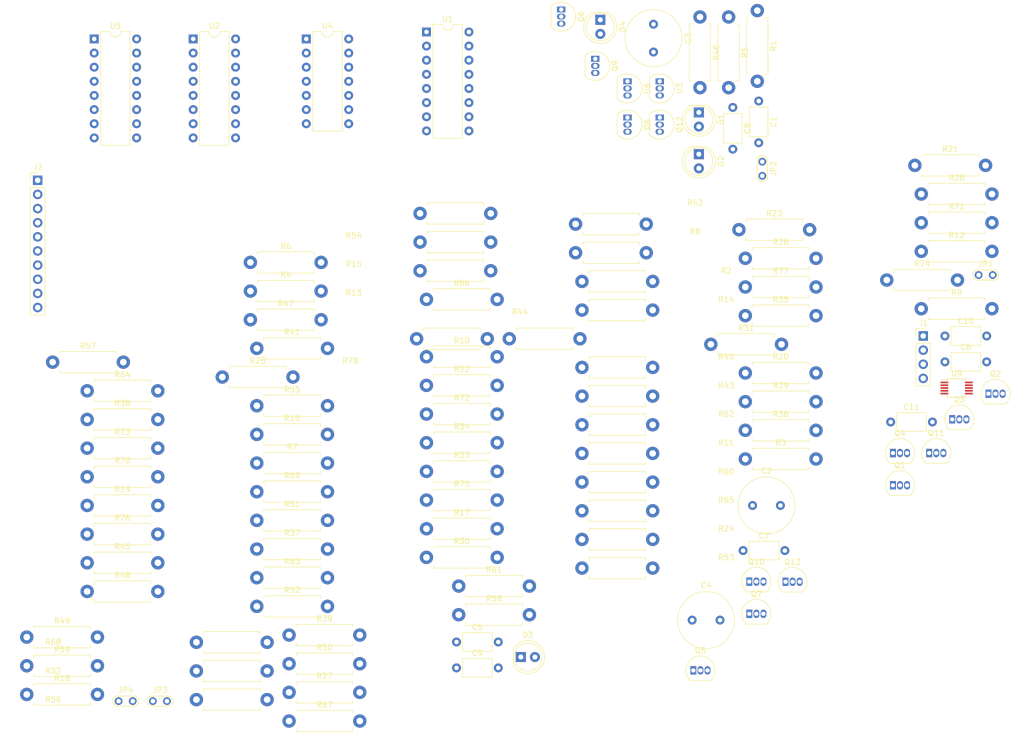
<source format=kicad_pcb>
(kicad_pcb (version 20211014) (generator pcbnew)
  (layers (0 "F.Cu" signal) (31 "B.Cu" signal) (34 "B.Paste" user) (35 "F.Paste" user) (36 "B.SilkS" user "B.Silkscreen") (37 "F.SilkS" user "F.Silkscreen") (38 "B.Mask" user) (39 "F.Mask" user) (44 "Edge.Cuts" user))
  (net 0 "")
  (net 1 "/Input")
  (net 2 "Net-(U4-Pad3)")
  (net 3 "Net-(C2-Pad1)")
  (net 4 "GND")
  (net 5 "+9V")
  (net 6 "+5V")
  (net 7 "Net-(U1-Pad5)")
  (net 8 "Net-(U4-Pad7)")
  (net 9 "Net-(U4-Pad6)")
  (net 10 "Net-(C8-Pad2)")
  (net 11 "Net-(U4-Pad8)")
  (net 12 "Net-(U4-Pad9)")
  (net 13 "Net-(C10-Pad2)")
  (net 14 "/Output")
  (net 15 "Net-(U2-Pad12)")
  (net 16 "Net-(D1-Pad2)")
  (net 17 "Net-(D3-Pad1)")
  (net 18 "Net-(D3-Pad2)")
  (net 19 "/Vin")
  (net 20 "Net-(U2-Pad13)")
  (net 21 "Net-(JP1-Pad2)")
  (net 22 "Net-(U2-Pad14)")
  (net 23 "Net-(JP3-Pad1)")
  (net 24 "Net-(JP3-Pad2)")
  (net 25 "Net-(JP4-Pad2)")
  (net 26 "Net-(Q1-Pad3)")
  (net 27 "Net-(Q2-Pad2)")
  (net 28 "Net-(Q2-Pad3)")
  (net 29 "Net-(Q2-Pad1)")
  (net 30 "Net-(Q3-Pad2)")
  (net 31 "Net-(Q3-Pad3)")
  (net 32 "Net-(Q4-Pad2)")
  (net 33 "Net-(Q4-Pad3)")
  (net 34 "Net-(U1-Pad9)")
  (net 35 "Net-(Q5-Pad2)")
  (net 36 "Net-(Q5-Pad3)")
  (net 37 "Net-(Q6-Pad2)")
  (net 38 "Net-(Q6-Pad3)")
  (net 39 "Net-(Q6-Pad1)")
  (net 40 "Net-(Q7-Pad2)")
  (net 41 "Net-(Q7-Pad3)")
  (net 42 "Net-(Q8-Pad2)")
  (net 43 "Net-(Q8-Pad3)")
  (net 44 "Net-(Q8-Pad1)")
  (net 45 "Net-(Q9-Pad2)")
  (net 46 "Net-(Q9-Pad3)")
  (net 47 "Net-(Q10-Pad2)")
  (net 48 "Net-(Q10-Pad3)")
  (net 49 "Net-(Q10-Pad1)")
  (net 50 "Net-(Q11-Pad2)")
  (net 51 "Net-(Q11-Pad3)")
  (net 52 "Net-(Q12-Pad2)")
  (net 53 "Net-(Q12-Pad3)")
  (net 54 "Net-(Q12-Pad1)")
  (net 55 "Net-(Q13-Pad2)")
  (net 56 "Net-(Q13-Pad3)")
  (net 57 "Net-(U1-Pad8)")
  (net 58 "Net-(U4-Pad1)")
  (net 59 "/HPa")
  (net 60 "Net-(U2-Pad9)")
  (net 61 "Net-(R17-Pad1)")
  (net 62 "/BPa")
  (net 63 "Net-(U2-Pad16)")
  (net 64 "Net-(R22-Pad2)")
  (net 65 "/LPa")
  (net 66 "Net-(U1-Pad4)")
  (net 67 "Net-(U1-Pad2)")
  (net 68 "Net-(U1-Pad3)")
  (net 69 "Net-(U1-Pad1)")
  (net 70 "Net-(R40-Pad2)")
  (net 71 "Net-(R42-Pad2)")
  (net 72 "Net-(R44-Pad1)")
  (net 73 "Net-(R45-Pad2)")
  (net 74 "/HPb")
  (net 75 "Net-(R51-Pad1)")
  (net 76 "Net-(R54-Pad1)")
  (net 77 "Net-(R54-Pad2)")
  (net 78 "/BPb")
  (net 79 "Net-(R59-Pad1)")
  (net 80 "Net-(R59-Pad2)")
  (net 81 "/LPb")
  (net 82 "Net-(R64-Pad1)")
  (net 83 "Net-(R68-Pad1)")
  (net 84 "Net-(R69-Pad1)")
  (net 85 "Net-(R75-Pad2)")
  (net 87 "/Digital5v")
  (net 88 "/DAC_Clock")
  (net 89 "/DAC_Data")
  (net 92 "Net-(U1-Pad12)")
  (net 93 "Net-(U1-Pad13)")
  (net 94 "Net-(U1-Pad14)")
  (net 95 "Net-(U1-Pad15)")
  (net 96 "Net-(U1-Pad16)")
  (net 98 "Net-(U4-Pad13)")
  (footprint "Capacitor_THT:C_Axial_L5.1mm_D3.1mm_P7.50mm_Horizontal" (layer "F.Cu") (at 173.57 89.14)
    (fp_text reference "C11" (at 3.75 -2.67) (layer "F.SilkS"))
    (fp_text value "C")
    (pad "1" thru_hole circle locked (at 0 0) (size 1.6 1.6) (drill 0.8) (layers *.Cu *.Mask) (net 14 "/Output"))
    (pad "2" thru_hole oval locked (at 7.5 0) (size 1.6 1.6) (drill 0.8) (layers *.Cu *.Mask) (net 11 "Net-(U4-Pad8)"))
  )
  (footprint "Resistor_THT:R_Axial_DIN0411_L9.9mm_D3.6mm_P12.70mm_Horizontal" (layer "F.Cu") (at 48.84 128.72)
    (fp_text reference "R68" (at -25.74 -0.02) (layer "F.SilkS"))
    (fp_text value "R")
    (pad "1" thru_hole circle locked (at 0 0) (size 2.4 2.4) (drill 1.2) (layers *.Cu *.Mask) (net 83 "Net-(R68-Pad1)"))
    (pad "2" thru_hole oval locked (at 12.7 0) (size 2.4 2.4) (drill 1.2) (layers *.Cu *.Mask) (net 6 "+5V"))
  )
  (footprint "Resistor_THT:R_Axial_DIN0411_L9.9mm_D3.6mm_P12.70mm_Horizontal" (layer "F.Cu") (at 144.46 16.38 -90)
    (fp_text reference "R5" (at 6.35 -2.92 90) (layer "F.SilkS"))
    (fp_text value "R")
    (pad "1" thru_hole circle locked (at 0 0 270) (size 2.4 2.4) (drill 1.2) (layers *.Cu *.Mask) (net 29 "Net-(Q2-Pad1)"))
    (pad "2" thru_hole oval locked (at 12.7 0 270) (size 2.4 2.4) (drill 1.2) (layers *.Cu *.Mask) (net 93 "Net-(U1-Pad13)"))
  )
  (footprint "Resistor_THT:R_Axial_DIN0411_L9.9mm_D3.6mm_P12.70mm_Horizontal" (layer "F.Cu") (at 59.69 86.22)
    (fp_text reference "R55" (at 6.35 -2.92) (layer "F.SilkS"))
    (fp_text value "100k")
    (pad "1" thru_hole circle locked (at 0 0) (size 2.4 2.4) (drill 1.2) (layers *.Cu *.Mask) (net 78 "/BPb"))
    (pad "2" thru_hole oval locked (at 12.7 0) (size 2.4 2.4) (drill 1.2) (layers *.Cu *.Mask) (net 50 "Net-(Q11-Pad2)"))
  )
  (footprint "Resistor_THT:R_Axial_DIN0411_L9.9mm_D3.6mm_P12.70mm_Horizontal" (layer "F.Cu") (at 118.11 84.49)
    (fp_text reference "R43" (at 25.91 -1.92) (layer "F.SilkS"))
    (fp_text value "R")
    (pad "1" thru_hole circle locked (at 0 0) (size 2.4 2.4) (drill 1.2) (layers *.Cu *.Mask) (net 71 "Net-(R42-Pad2)"))
    (pad "2" thru_hole oval locked (at 12.7 0) (size 2.4 2.4) (drill 1.2) (layers *.Cu *.Mask) (net 6 "+5V"))
  )
  (footprint "Resistor_THT:R_Axial_DIN0411_L9.9mm_D3.6mm_P12.70mm_Horizontal" (layer "F.Cu") (at 147.46 95.79)
    (fp_text reference "R3" (at 6.35 -2.92) (layer "F.SilkS"))
    (fp_text value "R")
    (pad "1" thru_hole circle locked (at 0 0) (size 2.4 2.4) (drill 1.2) (layers *.Cu *.Mask) (net 3 "Net-(C2-Pad1)"))
    (pad "2" thru_hole oval locked (at 12.7 0) (size 2.4 2.4) (drill 1.2) (layers *.Cu *.Mask) (net 26 "Net-(Q1-Pad3)"))
  )
  (footprint "Resistor_THT:R_Axial_DIN0411_L9.9mm_D3.6mm_P12.70mm_Horizontal" (layer "F.Cu") (at 65.49 127.42)
    (fp_text reference "R39" (at 6.35 -2.92) (layer "F.SilkS"))
    (fp_text value "R")
    (pad "1" thru_hole circle locked (at 0 0) (size 2.4 2.4) (drill 1.2) (layers *.Cu *.Mask) (net 4 "GND"))
    (pad "2" thru_hole oval locked (at 12.7 0) (size 2.4 2.4) (drill 1.2) (layers *.Cu *.Mask) (net 57 "Net-(U1-Pad8)"))
  )
  (footprint "Resistor_THT:R_Axial_DIN0411_L9.9mm_D3.6mm_P12.70mm_Horizontal" (layer "F.Cu") (at 149.61 15.23 -90)
    (fp_text reference "R1" (at 6.35 -2.92 90) (layer "F.SilkS"))
    (fp_text value "R")
    (pad "1" thru_hole circle locked (at 0 0 270) (size 2.4 2.4) (drill 1.2) (layers *.Cu *.Mask) (net 26 "Net-(Q1-Pad3)"))
    (pad "2" thru_hole oval locked (at 12.7 0 270) (size 2.4 2.4) (drill 1.2) (layers *.Cu *.Mask) (net 19 "/Vin"))
  )
  (footprint "TestPoint:TestPoint_2Pads_Pitch2.54mm_Drill0.8mm" (layer "F.Cu") (at 41.01 139.29)
    (fp_text reference "JP3" (at 1.3 -2) (layer "F.SilkS"))
    (fp_text value "Jumper_2_Bridged")
    (pad "1" thru_hole circle locked (at 0 0) (size 1.4 1.4) (drill 0.8) (layers *.Cu *.Mask) (net 23 "Net-(JP3-Pad1)"))
    (pad "2" thru_hole circle locked (at 2.54 0) (size 1.4 1.4) (drill 0.8) (layers *.Cu *.Mask) (net 24 "Net-(JP3-Pad2)"))
  )
  (footprint "TestPoint:TestPoint_2Pads_Pitch2.54mm_Drill0.8mm" (layer "F.Cu") (at 189.37 62.74)
    (fp_text reference "JP1" (at 1.3 -2) (layer "F.SilkS"))
    (fp_text value "Jumper_2_Bridged")
    (pad "1" thru_hole circle locked (at 0 0) (size 1.4 1.4) (drill 0.8) (layers *.Cu *.Mask) (net 20 "Net-(U2-Pad13)"))
    (pad "2" thru_hole circle locked (at 2.54 0) (size 1.4 1.4) (drill 0.8) (layers *.Cu *.Mask) (net 21 "Net-(JP1-Pad2)"))
  )
  (footprint "TestPoint:TestPoint_2Pads_Pitch2.54mm_Drill0.8mm" (layer "F.Cu") (at 150.51 42.38 -90)
    (fp_text reference "JP2" (at 1.3 -2 90) (layer "F.SilkS"))
    (fp_text value "Jumper_2_Open")
    (pad "1" thru_hole circle locked (at 0 0 270) (size 1.4 1.4) (drill 0.8) (layers *.Cu *.Mask) (net 21 "Net-(JP1-Pad2)"))
    (pad "2" thru_hole circle locked (at 2.54 0 270) (size 1.4 1.4) (drill 0.8) (layers *.Cu *.Mask) (net 22 "Net-(U2-Pad14)"))
  )
  (footprint "Resistor_THT:R_Axial_DIN0411_L9.9mm_D3.6mm_P12.70mm_Horizontal" (layer "F.Cu") (at 59.69 96.52)
    (fp_text reference "R7" (at 6.35 -2.92) (layer "F.SilkS"))
    (fp_text value "R")
    (pad "1" thru_hole circle locked (at 0 0) (size 2.4 2.4) (drill 1.2) (layers *.Cu *.Mask) (net 94 "Net-(U1-Pad14)"))
    (pad "2" thru_hole oval locked (at 12.7 0) (size 2.4 2.4) (drill 1.2) (layers *.Cu *.Mask) (net 6 "+5V"))
  )
  (footprint "Capacitor_THT:C_Axial_L5.1mm_D3.1mm_P7.50mm_Horizontal" (layer "F.Cu") (at 95.57 128.67)
    (fp_text reference "C5" (at 3.75 -2.67) (layer "F.SilkS"))
    (fp_text value "C")
    (pad "1" thru_hole circle locked (at 0 0) (size 1.6 1.6) (drill 0.8) (layers *.Cu *.Mask) (net 4 "GND"))
    (pad "2" thru_hole oval locked (at 7.5 0) (size 1.6 1.6) (drill 0.8) (layers *.Cu *.Mask) (net 92 "Net-(U1-Pad12)"))
  )
  (footprint "Capacitor_THT:C_Axial_L5.1mm_D3.1mm_P7.50mm_Horizontal" (layer "F.Cu") (at 183.32 78.34)
    (fp_text reference "C6" (at 3.75 -2.67) (layer "F.SilkS"))
    (fp_text value "C")
    (pad "1" thru_hole circle locked (at 0 0) (size 1.6 1.6) (drill 0.8) (layers *.Cu *.Mask) (net 4 "GND"))
    (pad "2" thru_hole oval locked (at 7.5 0) (size 1.6 1.6) (drill 0.8) (layers *.Cu *.Mask) (net 7 "Net-(U1-Pad5)"))
  )
  (footprint "Resistor_THT:R_Axial_DIN0411_L9.9mm_D3.6mm_P12.70mm_Horizontal" (layer "F.Cu") (at 179.07 48.19)
    (fp_text reference "R28" (at 6.35 -2.92) (layer "F.SilkS"))
    (fp_text value "R")
    (pad "1" thru_hole circle locked (at 0 0) (size 2.4 2.4) (drill 1.2) (layers *.Cu *.Mask) (net 6 "+5V"))
    (pad "2" thru_hole oval locked (at 12.7 0) (size 2.4 2.4) (drill 1.2) (layers *.Cu *.Mask) (net 66 "Net-(U1-Pad4)"))
  )
  (footprint "Package_TO_SOT_THT:TO-92_Inline" (layer "F.Cu") (at 132.08 27.94 -90)
    (fp_text reference "U3" (at 1.27 -3.56 90) (layer "F.SilkS"))
    (fp_text value "LM78L05_TO92")
    (pad "1" thru_hole rect locked (at 0 0 270) (size 1.05 1.5) (drill 0.75) (layers *.Cu *.Mask) (net 87 "/Digital5v"))
    (pad "2" thru_hole oval locked (at 1.27 0 270) (size 1.05 1.5) (drill 0.75) (layers *.Cu *.Mask) (net 4 "GND"))
    (pad "3" thru_hole oval locked (at 2.54 0 270) (size 1.05 1.5) (drill 0.75) (layers *.Cu *.Mask) (net 5 "+9V"))
  )
  (footprint "Capacitor_THT:C_Axial_L5.1mm_D3.1mm_P7.50mm_Horizontal" (layer "F.Cu") (at 95.57 133.32)
    (fp_text reference "C9" (at 3.75 -2.67) (layer "F.SilkS"))
    (fp_text value "C")
    (pad "1" thru_hole circle locked (at 0 0) (size 1.6 1.6) (drill 0.8) (layers *.Cu *.Mask) (net 11 "Net-(U4-Pad8)"))
    (pad "2" thru_hole oval locked (at 7.5 0) (size 1.6 1.6) (drill 0.8) (layers *.Cu *.Mask) (net 12 "Net-(U4-Pad9)"))
  )
  (footprint "Resistor_THT:R_Axial_DIN0411_L9.9mm_D3.6mm_P12.70mm_Horizontal" (layer "F.Cu") (at 179.07 68.79)
    (fp_text reference "R9" (at 6.35 -2.92) (layer "F.SilkS"))
    (fp_text value "10k")
    (pad "1" thru_hole circle locked (at 0 0) (size 2.4 2.4) (drill 1.2) (layers *.Cu *.Mask) (net 58 "Net-(U4-Pad1)"))
    (pad "2" thru_hole oval locked (at 12.7 0) (size 2.4 2.4) (drill 1.2) (layers *.Cu *.Mask) (net 29 "Net-(Q2-Pad1)"))
  )
  (footprint "Resistor_THT:R_Axial_DIN0411_L9.9mm_D3.6mm_P12.70mm_Horizontal" (layer "F.Cu") (at 58.54 70.77)
    (fp_text reference "R47" (at 6.35 -2.92) (layer "F.SilkS"))
    (fp_text value "R")
    (pad "1" thru_hole circle locked (at 0 0) (size 2.4 2.4) (drill 1.2) (layers *.Cu *.Mask) (net 42 "Net-(Q8-Pad2)"))
    (pad "2" thru_hole oval locked (at 12.7 0) (size 2.4 2.4) (drill 1.2) (layers *.Cu *.Mask) (net 46 "Net-(Q9-Pad3)"))
  )
  (footprint "Resistor_THT:R_Axial_DIN0411_L9.9mm_D3.6mm_P12.70mm_Horizontal" (layer "F.Cu") (at 53.49 81.07)
    (fp_text reference "R25" (at 6.35 -2.92) (layer "F.SilkS"))
    (fp_text value "100k")
    (pad "1" thru_hole circle locked (at 0 0) (size 2.4 2.4) (drill 1.2) (layers *.Cu *.Mask) (net 65 "/LPa"))
    (pad "2" thru_hole oval locked (at 12.7 0) (size 2.4 2.4) (drill 1.2) (layers *.Cu *.Mask) (net 40 "Net-(Q7-Pad2)"))
  )
  (footprint "Capacitor_THT:C_Radial_D10.0mm_H12.5mm_P5.00mm" (layer "F.Cu") (at 130.96 17.68 -90)
    (fp_text reference "C3" (at 2.5 -6.25 90) (layer "F.SilkS"))
    (fp_text value "C")
    (pad "1" thru_hole circle locked (at 0 0 270) (size 1.6 1.6) (drill 0.8) (layers *.Cu *.Mask) (net 5 "+9V"))
    (pad "2" thru_hole circle locked (at 5 0 270) (size 1.6 1.6) (drill 0.8) (layers *.Cu *.Mask) (net 4 "GND"))
  )
  (footprint "Package_TO_SOT_THT:TO-92_Inline" (layer "F.Cu") (at 173.98 100.51)
    (fp_text reference "Q1" (at 1.27 -3.56) (layer "F.SilkS"))
    (fp_text value "2N3904")
    (pad "1" thru_hole rect locked (at 0 0) (size 1.05 1.5) (drill 0.75) (layers *.Cu *.Mask) (net 5 "+9V"))
    (pad "2" thru_hole oval locked (at 1.27 0) (size 1.05 1.5) (drill 0.75) (layers *.Cu *.Mask) (net 3 "Net-(C2-Pad1)"))
    (pad "3" thru_hole oval locked (at 2.54 0) (size 1.05 1.5) (drill 0.75) (layers *.Cu *.Mask) (net 26 "Net-(Q1-Pad3)"))
  )
  (footprint "Resistor_THT:R_Axial_DIN0411_L9.9mm_D3.6mm_P12.70mm_Horizontal" (layer "F.Cu") (at 118.11 89.64)
    (fp_text reference "R62" (at 25.91 -1.92) (layer "F.SilkS"))
    (fp_text value "100k")
    (pad "1" thru_hole circle locked (at 0 0) (size 2.4 2.4) (drill 1.2) (layers *.Cu *.Mask) (net 81 "/LPb"))
    (pad "2" thru_hole oval locked (at 12.7 0) (size 2.4 2.4) (drill 1.2) (layers *.Cu *.Mask) (net 55 "Net-(Q13-Pad2)"))
  )
  (footprint "Capacitor_THT:C_Radial_D10.0mm_H12.5mm_P5.00mm" (layer "F.Cu") (at 148.76 104.14)
    (fp_text reference "C2" (at 2.5 -6.25) (layer "F.SilkS"))
    (fp_text value "C")
    (pad "1" thru_hole circle locked (at 0 0) (size 1.6 1.6) (drill 0.8) (layers *.Cu *.Mask) (net 3 "Net-(C2-Pad1)"))
    (pad "2" thru_hole circle locked (at 5 0) (size 1.6 1.6) (drill 0.8) (layers *.Cu *.Mask) (net 4 "GND"))
  )
  (footprint "Resistor_THT:R_Axial_DIN0411_L9.9mm_D3.6mm_P12.70mm_Horizontal" (layer "F.Cu") (at 90.17 67.12)
    (fp_text reference "R66" (at 6.35 -2.92) (layer "F.SilkS"))
    (fp_text value "100k")
    (pad "1" thru_hole circle locked (at 0 0) (size 2.4 2.4) (drill 1.2) (layers *.Cu *.Mask) (net 56 "Net-(Q13-Pad3)"))
    (pad "2" thru_hole oval locked (at 12.7 0) (size 2.4 2.4) (drill 1.2) (layers *.Cu *.Mask) (net 5 "+9V"))
  )
  (footprint "Resistor_THT:R_Axial_DIN0411_L9.9mm_D3.6mm_P12.70mm_Horizontal" (layer "F.Cu") (at 118.11 63.89)
    (fp_text reference "R2" (at 25.91 -1.92) (layer "F.SilkS"))
    (fp_text value "R")
    (pad "1" thru_hole circle locked (at 0 0) (size 2.4 2.4) (drill 1.2) (layers *.Cu *.Mask) (net 6 "+5V"))
    (pad "2" thru_hole oval locked (at 12.7 0) (size 2.4 2.4) (drill 1.2) (layers *.Cu *.Mask) (net 2 "Net-(U4-Pad3)"))
  )
  (footprint "Resistor_THT:R_Axial_DIN0411_L9.9mm_D3.6mm_P12.70mm_Horizontal" (layer "F.Cu") (at 118.11 99.94)
    (fp_text reference "R60" (at 25.91 -1.92) (layer "F.SilkS"))
    (fp_text value "R")
    (pad "1" thru_hole circle locked (at 0 0) (size 2.4 2.4) (drill 1.2) (layers *.Cu *.Mask) (net 4 "GND"))
    (pad "2" thru_hole oval locked (at 12.7 0) (size 2.4 2.4) (drill 1.2) (layers *.Cu *.Mask) (net 49 "Net-(Q10-Pad1)"))
  )
  (footprint "Package_TO_SOT_THT:TO-92_Inline" (layer "F.Cu") (at 191.14 84.06)
    (fp_text reference "Q2" (at 1.27 -3.56) (layer "F.SilkS"))
    (fp_text value "BF244C")
    (pad "1" thru_hole rect locked (at 0 0) (size 1.05 1.5) (drill 0.75) (layers *.Cu *.Mask) (net 29 "Net-(Q2-Pad1)"))
    (pad "2" thru_hole oval locked (at 1.27 0) (size 1.05 1.5) (drill 0.75) (layers *.Cu *.Mask) (net 27 "Net-(Q2-Pad2)"))
    (pad "3" thru_hole oval locked (at 2.54 0) (size 1.05 1.5) (drill 0.75) (layers *.Cu *.Mask) (net 28 "Net-(Q2-Pad3)"))
  )
  (footprint "Capacitor_THT:C_Radial_D10.0mm_H12.5mm_P5.00mm" (layer "F.Cu") (at 137.91 124.74)
    (fp_text reference "C4" (at 2.5 -6.25) (layer "F.SilkS"))
    (fp_text value "C")
    (pad "1" thru_hole circle locked (at 0 0) (size 1.6 1.6) (drill 0.8) (layers *.Cu *.Mask) (net 6 "+5V"))
    (pad "2" thru_hole circle locked (at 5 0) (size 1.6 1.6) (drill 0.8) (layers *.Cu *.Mask) (net 4 "GND"))
  )
  (footprint "Package_TO_SOT_THT:TO-92_Inline" (layer "F.Cu") (at 126.29 27.94 -90)
    (fp_text reference "U6" (at 1.27 -3.56 90) (layer "F.SilkS"))
    (fp_text value "LM78L05_TO92")
    (pad "1" thru_hole rect locked (at 0 0 270) (size 1.05 1.5) (drill 0.75) (layers *.Cu *.Mask) (net 6 "+5V"))
    (pad "2" thru_hole oval locked (at 1.27 0 270) (size 1.05 1.5) (drill 0.75) (layers *.Cu *.Mask) (net 4 "GND"))
    (pad "3" thru_hole oval locked (at 2.54 0 270) (size 1.05 1.5) (drill 0.75) (layers *.Cu *.Mask) (net 5 "+9V"))
  )
  (footprint "Package_TO_SOT_THT:TO-92_Inline" (layer "F.Cu") (at 154.68 117.85)
    (fp_text reference "Q13" (at 1.27 -3.56) (layer "F.SilkS"))
    (fp_text value "2N3904")
    (pad "1" thru_hole rect locked (at 0 0) (size 1.05 1.5) (drill 0.75) (layers *.Cu *.Mask) (net 4 "GND"))
    (pad "2" thru_hole oval locked (at 1.27 0) (size 1.05 1.5) (drill 0.75) (layers *.Cu *.Mask) (net 55 "Net-(Q13-Pad2)"))
    (pad "3" thru_hole oval locked (at 2.54 0) (size 1.05 1.5) (drill 0.75) (layers *.Cu *.Mask) (net 56 "Net-(Q13-Pad3)"))
  )
  (footprint "Package_TO_SOT_THT:TO-92_Inline" (layer "F.Cu") (at 173.98 94.72)
    (fp_text reference "Q4" (at 1.27 -3.56) (layer "F.SilkS"))
    (fp_text value "BF244C")
    (pad "1" thru_hole rect locked (at 0 0) (size 1.05 1.5) (drill 0.75) (layers *.Cu *.Mask) (net 34 "Net-(U1-Pad9)"))
    (pad "2" thru_hole oval locked (at 1.27 0) (size 1.05 1.5) (drill 0.75) (layers *.Cu *.Mask) (net 32 "Net-(Q4-Pad2)"))
    (pad "3" thru_hole oval locked (at 2.54 0) (size 1.05 1.5) (drill 0.75) (layers *.Cu *.Mask) (net 33 "Net-(Q4-Pad3)"))
  )
  (footprint "Resistor_THT:R_Axial_DIN0411_L9.9mm_D3.6mm_P12.70mm_Horizontal" (layer "F.Cu") (at 48.84 139.02)
    (fp_text reference "R56" (at -25.74 -0.02) (layer "F.SilkS"))
    (fp_text value "20k")
    (pad "1" thru_hole circle locked (at 0 0) (size 2.4 2.4) (drill 1.2) (layers *.Cu *.Mask) (net 12 "Net-(U4-Pad9)"))
    (pad "2" thru_hole oval locked (at 12.7 0) (size 2.4 2.4) (drill 1.2) (layers *.Cu *.Mask) (net 48 "Net-(Q10-Pad3)"))
  )
  (footprint "Resistor_THT:R_Axial_DIN0411_L9.9mm_D3.6mm_P12.70mm_Horizontal" (layer "F.Cu") (at 177.92 43.04)
    (fp_text reference "R21" (at 6.35 -2.92) (layer "F.SilkS"))
    (fp_text value "100k")
    (pad "1" thru_hole circle locked (at 0 0) (size 2.4 2.4) (drill 1.2) (layers *.Cu *.Mask) (net 36 "Net-(Q5-Pad3)"))
    (pad "2" thru_hole oval locked (at 12.7 0) (size 2.4 2.4) (drill 1.2) (layers *.Cu *.Mask) (net 5 "+9V"))
  )
  (footprint "Resistor_THT:R_Axial_DIN0411_L9.9mm_D3.6mm_P12.70mm_Horizontal" (layer "F.Cu") (at 147.46 85.49)
    (fp_text reference "R29" (at 6.35 -2.92) (layer "F.SilkS"))
    (fp_text value "100k")
    (pad "1" thru_hole circle locked (at 0 0) (size 2.4 2.4) (drill 1.2) (layers *.Cu *.Mask) (net 41 "Net-(Q7-Pad3)"))
    (pad "2" thru_hole oval locked (at 12.7 0) (size 2.4 2.4) (drill 1.2) (layers *.Cu *.Mask) (net 5 "+9V"))
  )
  (footprint "Resistor_THT:R_Axial_DIN0411_L9.9mm_D3.6mm_P12.70mm_Horizontal" (layer "F.Cu") (at 29.21 93.84)
    (fp_text reference "R73" (at 6.35 -2.92) (layer "F.SilkS"))
    (fp_text value "R")
    (pad "1" thru_hole circle locked (at 0 0) (size 2.4 2.4) (drill 1.2) (layers *.Cu *.Mask) (net 6 "+5V"))
    (pad "2" thru_hole oval locked (at 12.7 0) (size 2.4 2.4) (drill 1.2) (layers *.Cu *.Mask) (net 25 "Net-(JP4-Pad2)"))
  )
  (footprint "LED_THT:LED_D5.0mm" (layer "F.Cu") (at 139.11 33.53 -90)
    (fp_text reference "D1" (at 1.27 -3.96 90) (layer "F.SilkS"))
    (fp_text value "LED")
    (pad "1" thru_hole rect locked (at 0 0 270) (size 1.8 1.8) (drill 0.9) (layers *.Cu *.Mask) (net 15 "Net-(U2-Pad12)"))
    (pad "2" thru_hole circle locked (at 2.54 0 270) (size 1.8 1.8) (drill 0.9) (layers *.Cu *.Mask) (net 16 "Net-(D1-Pad2)"))
  )
  (footprint "TestPoint:TestPoint_2Pads_Pitch2.54mm_Drill0.8mm" (layer "F.Cu") (at 34.86 139.29)
    (fp_text reference "JP4" (at 1.3 -2) (layer "F.SilkS"))
    (fp_text value "Jumper_2_Open")
    (pad "1" thru_hole circle locked (at 0 0) (size 1.4 1.4) (drill 0.8) (layers *.Cu *.Mask) (net 24 "Net-(JP3-Pad2)"))
    (pad "2" thru_hole circle locked (at 2.54 0) (size 1.4 1.4) (drill 0.8) (layers *.Cu *.Mask) (net 25 "Net-(JP4-Pad2)"))
  )
  (footprint "Capacitor_THT:C_Axial_L5.1mm_D3.1mm_P7.50mm_Horizontal" (layer "F.Cu") (at 145.21 32.63 -90)
    (fp_text reference "C8" (at 3.75 -2.67 90) (layer "F.SilkS"))
    (fp_text value "C")
    (pad "1" thru_hole circle locked (at 0 0 270) (size 1.6 1.6) (drill 0.8) (layers *.Cu *.Mask) (net 4 "GND"))
    (pad "2" thru_hole oval locked (at 7.5 0 270) (size 1.6 1.6) (drill 0.8) (layers *.Cu *.Mask) (net 10 "Net-(C8-Pad2)"))
  )
  (footprint "Resistor_THT:R_Axial_DIN0411_L9.9mm_D3.6mm_P12.70mm_Horizontal" (layer "F.Cu") (at 59.69 111.97)
    (fp_text reference "R37" (at 6.35 -2.92) (layer "F.SilkS"))
    (fp_text value "3k3")
    (pad "1" thru_hole circle locked (at 0 0) (size 2.4 2.4) (drill 1.2) (layers *.Cu *.Mask) (net 39 "Net-(Q6-Pad1)"))
    (pad "2" thru_hole oval locked (at 12.7 0) (size 2.4 2.4) (drill 1.2) (layers *.Cu *.Mask) (net 57 "Net-(U1-Pad8)"))
  )
  (footprint "Resistor_THT:R_Axial_DIN0411_L9.9mm_D3.6mm_P12.70mm_Horizontal" (layer "F.Cu") (at 118.11 110.24)
    (fp_text reference "R24" (at 25.91 -1.92) (layer "F.SilkS"))
    (fp_text value "R")
    (pad "1" thru_hole circle locked (at 0 0) (size 2.4 2.4) (drill 1.2) (layers *.Cu *.Mask) (net 37 "Net-(Q6-Pad2)"))
    (pad "2" thru_hole oval locked (at 12.7 0) (size 2.4 2.4) (drill 1.2) (layers *.Cu *.Mask) (net 41 "Net-(Q7-Pad3)"))
  )
  (footprint "Resistor_THT:R_Axial_DIN0411_L9.9mm_D3.6mm_P12.70mm_Horizontal" (layer "F.Cu") (at 29.21 114.44)
    (fp_text reference "R45" (at 6.35 -2.92) (layer "F.SilkS"))
    (fp_text value "R")
    (pad "1" thru_hole circle locked (at 0 0) (size 2.4 2.4) (drill 1.2) (layers *.Cu *.Mask) (net 5 "+9V"))
    (pad "2" thru_hole oval locked (at 12.7 0) (size 2.4 2.4) (drill 1.2) (layers *.Cu *.Mask) (net 73 "Net-(R45-Pad2)"))
  )
  (footprint "Resistor_THT:R_Axial_DIN0411_L9.9mm_D3.6mm_P12.70mm_Horizontal" (layer "F.Cu") (at 59.69 75.92)
    (fp_text reference "R41" (at 6.35 -2.92) (layer "F.SilkS"))
    (fp_text value "47k")
    (pad "1" thru_hole circle locked (at 0 0) (size 2.4 2.4) (drill 1.2) (layers *.Cu *.Mask) (net 8 "Net-(U4-Pad7)"))
    (pad "2" thru_hole oval locked (at 12.7 0) (size 2.4 2.4) (drill 1.2) (layers *.Cu *.Mask) (net 9 "Net-(U4-Pad6)"))
  )
  (footprint "Resistor_THT:R_Axial_DIN0411_L9.9mm_D3.6mm_P12.70mm_Horizontal" (layer "F.Cu") (at 59.69 122.27)
    (fp_text reference "R52" (at 6.35 -2.92) (layer "F.SilkS"))
    (fp_text value "10k")
    (pad "1" thru_hole circle locked (at 0 0) (size 2.4 2.4) (drill 1.2) (layers *.Cu *.Mask) (net 75 "Net-(R51-Pad1)"))
    (pad "2" thru_hole oval locked (at 12.7 0) (size 2.4 2.4) (drill 1.2) (layers *.Cu *.Mask) (net 4 "GND"))
  )
  (footprint "LED_THT:LED_D5.0mm" (layer "F.Cu") (at 121.41 16.88 -90)
    (fp_text reference "D4" (at 1.27 -3.96 90) (layer "F.SilkS"))
    (fp_text value "LED")
    (pad "1" thru_hole rect locked (at 0 0 270) (size 1.8 1.8) (drill 0.9) (layers *.Cu *.Mask) (net 18 "Net-(D3-Pad2)"))
    (pad "2" thru_hole circle locked (at 2.54 0 270) (size 1.8 1.8) (drill 0.9) (layers *.Cu *.Mask) (net 17 "Net-(D3-Pad1)"))
  )
  (footprint "Resistor_THT:R_Axial_DIN0411_L9.9mm_D3.6mm_P12.70mm_Horizontal" (layer "F.Cu") (at 179.07 53.34)
    (fp_text reference "R71" (at 6.35 -2.92) (layer "F.SilkS"))
    (fp_text value "10k")
    (pad "1" thru_hole circle locked (at 0 0) (size 2.4 2.4) (drill 1.2) (layers *.Cu *.Mask) (net 54 "Net-(Q12-Pad1)"))
    (pad "2" thru_hole oval locked (at 12.7 0) (size 2.4 2.4) (drill 1.2) (layers *.Cu *.Mask) (net 6 "+5V"))
  )
  (footprint "Package_TO_SOT_THT:TO-92_Inline" (layer "F.Cu") (at 114.38 15.04 -90)
    (fp_text reference "Q6" (at 1.27 -3.56 90) (layer "F.SilkS"))
    (fp_text value "BF244C")
    (pad "1" thru_hole rect locked (at 0 0 270) (size 1.05 1.5) (drill 0.75) (layers *.Cu *.Mask) (net 39 "Net-(Q6-Pad1)"))
    (pad "2" thru_hole oval locked (at 1.27 0 270) (size 1.05 1.5) (drill 0.75) (layers *.Cu *.Mask) (net 37 "Net-(Q6-Pad2)"))
    (pad "3" thru_hole oval locked (at 2.54 0 270) (size 1.05 1.5) (drill 0.75) (layers *.Cu *.Mask) (net 38 "Net-(Q6-Pad3)"))
  )
  (footprint "Resistor_THT:R_Axial_DIN0411_L9.9mm_D3.6mm_P12.70mm_Horizontal" (layer "F.Cu") (at 116.96 53.59)
    (fp_text reference "R42" (at 21.48 -3.84) (layer "F.SilkS"))
    (fp_text value "R")
    (pad "1" thru_hole circle locked (at 0 0) (size 2.4 2.4) (drill 1.2) (layers *.Cu *.Mask) (net 44 "Net-(Q8-Pad1)"))
    (pad "2" thru_hole oval locked (at 12.7 0) (size 2.4 2.4) (drill 1.2) (layers *.Cu *.Mask) (net 71 "Net-(R42-Pad2)"))
  )
  (footprint "Capacitor_THT:C_Axial_L5.1mm_D3.1mm_P7.50mm_Horizontal" (layer "F.Cu") (at 149.86 31.48 -90)
    (fp_text reference "C1" (at 3.75 -2.67 90) (layer "F.SilkS"))
    (fp_text value "C")
    (pad "1" thru_hole circle locked (at 0 0 270) (size 1.6 1.6) (drill 0.8) (layers *.Cu *.Mask) (net 1 "/Input"))
    (pad "2" thru_hole oval locked (at 7.5 0 270) (size 1.6 1.6) (drill 0.8) (layers *.Cu *.Mask) (net 2 "Net-(U4-Pad3)"))
  )
  (footprint "Resistor_THT:R_Axial_DIN0411_L9.9mm_D3.6mm_P12.70mm_Horizontal" (layer "F.Cu") (at 139.31 16.38 -90)
    (fp_text reference "R46" (at 6.35 -2.92 90) (layer "F.SilkS"))
    (fp_text value "10k")
    (pad "1" thru_hole circle locked (at 0 0 270) (size 2.4 2.4) (drill 1.2) (layers *.Cu *.Mask) (net 8 "Net-(U4-Pad7)"))
    (pad "2" thru_hole oval locked (at 12.7 0 270) (size 2.4 2.4) (drill 1.2) (layers *.Cu *.Mask) (net 44 "Net-(Q8-Pad1)"))
  )
  (footprint "Resistor_THT:R_Axial_DIN0411_L9.9mm_D3.6mm_P12.70mm_Horizontal" (layer "F.Cu") (at 29.21 83.54)
    (fp_text reference "R64" (at 6.35 -2.92) (layer "F.SilkS"))
    (fp_text value "R")
    (pad "1" thru_hole circle locked (at 0 0) (size 2.4 2.4) (drill 1.2) (layers *.Cu *.Mask) (net 82 "Net-(R64-Pad1)"))
    (pad "2" thru_hole oval locked (at 12.7 0) (size 2.4 2.4) (drill 1.2) (layers *.Cu *.Mask) (net 49 "Net-(Q10-Pad1)"))
  )
  (footprint "Resistor_THT:R_Axial_DIN0411_L9.9mm_D3.6mm_P12.70mm_Horizontal" (layer "F.Cu") (at 105.05 74.19)
    (fp_text reference "R44" (at 1.92 -4.84) (layer "F.SilkS"))
    (fp_text value "R")
    (pad "1" thru_hole circle locked (at 0 0) (size 2.4 2.4) (drill 1.2) (layers *.Cu *.Mask) (net 72 "Net-(R44-Pad1)"))
    (pad "2" thru_hole oval locked (at 12.7 0) (size 2.4 2.4) (drill 1.2) (layers *.Cu *.Mask) (net 6 "+5V"))
  )
  (footprint "Resistor_THT:R_Axial_DIN0411_L9.9mm_D3.6mm_P12.70mm_Horizontal" (layer "F.Cu") (at 179.07 58.49)
    (fp_text reference "R12" (at 6.35 -2.92) (layer "F.SilkS"))
    (fp_text value "47k")
    (pad "1" thru_hole circle locked (at 0 0) (size 2.4 2.4) (drill 1.2) (layers *.Cu *.Mask) (net 9 "Net-(U4-Pad6)"))
    (pad "2" thru_hole oval locked (at 12.7 0) (size 2.4 2.4) (drill 1.2) (layers *.Cu *.Mask) (net 28 "Net-(Q2-Pad3)"))
  )
  (footprint "Resistor_THT:R_Axial_DIN0411_L9.9mm_D3.6mm_P12.70mm_Horizontal" (layer "F.Cu") (at 147.46 64.89)
    (fp_text reference "R77" (at 6.35 -2.92) (layer "F.SilkS"))
    (fp_text value "R")
    (pad "1" thru_hole circle locked (at 0 0) (size 2.4 2.4) (drill 1.2) (layers *.Cu *.Mask) (net 14 "/Output"))
    (pad "2" thru_hole oval locked (at 12.7 0) (size 2.4 2.4) (drill 1.2) (layers *.Cu *.Mask) (net 4 "GND"))
  )
  (footprint "Resistor_THT:R_Axial_DIN0411_L9.9mm_D3.6mm_P12.70mm_Horizontal" (layer "F.Cu") (at 59.69 117.12)
    (fp_text reference "R63" (at 6.35 -2.92) (layer "F.SilkS"))
    (fp_text value "47k")
    (pad "1" thru_hole circle locked (at 0 0) (size 2.4 2.4) (drill 1.2) (layers *.Cu *.Mask) (net 12 "Net-(U4-Pad9)"))
    (pad "2" thru_hole oval locked (at 12.7 0) (size 2.4 2.4) (drill 1.2) (layers *.Cu *.Mask) (net 53 "Net-(Q12-Pad3)"))
  )
  (footprint "Resistor_THT:R_Axial_DIN0411_L9.9mm_D3.6mm_P12.70mm_Horizontal" (layer "F.Cu") (at 58.54 60.47)
    (fp_text reference "R6" (at 6.35 -2.92) (layer "F.SilkS"))
    (fp_text value "R")
    (pad "1" thru_hole circle locked (at 0 0) (size 2.4 2.4) (drill 1.2) (layers *.Cu *.Mask) (net 93 "Net-(U1-Pad13)"))
    (pad "2" thru_hole oval locked (at 12.7 0) (size 2.4 2.4) (drill 1.2) (layers *.Cu *.Mask) (net 6 "+5V"))
  )
  (footprint "Resistor_THT:R_Axial_DIN0411_L9.9mm_D3.6mm_P12.70mm_Horizontal" (layer "F.Cu") (at 116.96 58.74)
    (fp_text reference "R8" (at 21.48 -3.84) (layer "F.SilkS"))
    (fp_text value "R")
    (pad "1" thru_hole circle locked (at 0 0) (size 2.4 2.4) (drill 1.2) (layers *.Cu *.Mask) (net 5 "+9V"))
    (pad "2" thru_hole oval locked (at 12.7 0) (size 2.4 2.4) (drill 1.2) (layers *.Cu *.Mask) (net 95 "Net-(U1-Pad15)"))
  )
  (footprint "Resistor_THT:R_Axial_DIN0411_L9.9mm_D3.6mm_P12.70mm_Horizontal" (layer "F.Cu") (at 59.69 101.67)
    (fp_text reference "R69" (at 6.35 -2.92) (layer "F.SilkS"))
    (fp_text value "R")
    (pad "1" thru_hole circle locked (at 0 0) (size 2.4 2.4) (drill 1.2) (layers *.Cu *.Mask) (net 84 "Net-(R69-Pad1)"))
    (pad "2" thru_hole oval locked (at 12.7 0) (size 2.4 2.4) (drill 1.2) (layers *.Cu *.Mask) (net 5 "+9V"))
  )
  (footprint "Package_TO_SOT_THT:TO-92_Inline" (layer "F.Cu") (at 126.29 34.45 -90)
    (fp_text reference "Q8" (at 1.27 -3.56 90) (layer "F.SilkS"))
    (fp_text value "BF244C")
    (pad "1" thru_hole rect locked (at 0 0 270) (size 1.05 1.5) (drill 0.75) (layers *.Cu *.Mask) (net 44 "Net-(Q8-Pad1)"))
    (pad "2" thru_hole oval locked (at 1.27 0 270) (size 1.05 1.5) (drill 0.75) (layers *.Cu *.Mask) (net 42 "Net-(Q8-Pad2)"))
    (pad "3" thru_hole oval locked (at 2.54 0 270) (size 1.05 1.5) (drill 0.75) (layers *.Cu *.Mask) (net 43 "Net-(Q8-Pad3)"))
  )
  (footprint "Package_TO_SOT_THT:TO-92_Inline" (layer "F.Cu") (at 138.12 133.77)
    (fp_text reference "Q5" (at 1.27 -3.56) (layer "F.SilkS"))
    (fp_text value "2N3904")
    (pad "1" thru_hole rect locked (at 0 0) (size 1.05 1.5) (drill 0.75) (layers *.Cu *.Mask) (net 4 "GND"))
    (pad "2" thru_hole oval locked (at 1.27 0) (size 1.05 1.5) (drill 0.75) (layers *.Cu *.Mask) (net 35 "Net-(Q5-Pad2)"))
    (pad "3" thru_hole oval locked (at 2.54 0) (size 1.05 1.5) (drill 0.75) (layers *.Cu *.Mask) (net 36 "Net-(Q5-Pad3)"))
  )
  (footprint "Resistor_THT:R_Axial_DIN0411_L9.9mm_D3.6mm_P12.70mm_Horizontal" (layer "F.Cu") (at 147.46 70.04)
    (fp_text reference "R35" (at 6.35 -2.92) (layer "F.SilkS"))
    (fp_text value "R")
    (pad "1" thru_hole circle locked (at 0 0) (size 2.4 2.4) (drill 1.2) (layers *.Cu *.Mask) (net 6 "+5V"))
    (pad "2" thru_hole oval locked (at 12.7 0) (size 2.4 2.4) (drill 1.2) (layers *.Cu *.Mask) (net 20 "Net-(U2-Pad13)"))
  )
  (footprint "Resistor_THT:R_Axial_DIN0411_L9.9mm_D3.6mm_P12.70mm_Horizontal" (layer "F.Cu") (at 172.87 63.64)
    (fp_text reference "R74" (at 6.35 -2.92) (layer "F.SilkS"))
    (fp_text value "3k3")
    (pad "1" thru_hole circle locked (at 0 0) (size 2.4 2.4) (drill 1.2) (layers *.Cu *.Mask) (net 54 "Net-(Q12-Pad1)"))
    (pad "2" thru_hole oval locked (at 12.7 0) (size 2.4 2.4) (drill 1.2) (layers *.Cu *.Mask) (net 70 "Net-(R40-Pad2)"))
  )
  (footprint "Resistor_THT:R_Axial_DIN0411_L9.9mm_D3.6mm_P12.70mm_Horizontal" (layer "F.Cu") (at 90.17 113.47)
    (fp_text reference "R30" (at 6.35 -2.92) (layer "F.SilkS"))
    (fp_text value "R")
    (pad "1" thru_hole circle locked (at 0 0) (size 2.4 2.4) (drill 1.2) (layers *.Cu *.Mask) (net 20 "Net-(U2-Pad13)"))
    (pad "2" thru_hole oval locked (at 12.7 0) (size 2.4 2.4) (drill 1.2) (layers *.Cu *.Mask) (net 16 "Net-(D1-Pad2)"))
  )
  (footprint "Resistor_THT:R_Axial_DIN0411_L9.9mm_D3.6mm_P12.70mm_Horizontal" (layer "F.Cu") (at 23.01 78.39)
    (fp_text reference "R57" (at 6.35 -2.92) (layer "F.SilkS"))
    (fp_text value "100k")
    (pad "1" thru_hole circle locked (at 0 0) (size 2.4 2.4) (drill 1.2) (layers *.Cu *.Mask) (net 17 "Net-(D3-Pad1)"))
    (pad "2" thru_hole oval locked (at 12.7 0) (size 2.4 2.4) (drill 1.2) (layers *.Cu *.Mask) (net 4 "GND"))
  )
  (footprint "Resistor_THT:R_Axial_DIN0411_L9.9mm_D3.6mm_P12.70mm_Horizontal" (layer "F.Cu") (at 118.11 115.39)
    (fp_text reference "R53" (at 25.91 -1.92) (layer "F.SilkS"))
    (fp_text value "R")
    (pad "1" thru_hole circle locked (at 0 0) (size 2.4 2.4) (drill 1.2) (layers *.Cu *.Mask) (net 47 "Net-(Q10-Pad2)"))
    (pad "2" thru_hole oval locked (at 12.7 0) (size 2.4 2.4) (drill 1.2) (layers *.Cu *.Mask) (net 51 "Net-(Q11-Pad3)"))
  )
  (footprint "Package_DIP:DIP-14_W7.62mm" (layer "F.Cu") (at 68.58 20.32)
    (fp_text reference "U4" (at 3.81 -2.33) (layer "F.SilkS"))
    (fp_text value "TL074")
    (pad "1" thru_hole rect locked (at 0 0) (size 1.6 1.6) (drill 0.8) (layers *.Cu *.Mask) (net 58 "Net-(U4-Pad1)"))
    (pad "2" thru_hole oval locked (at 0 2.54) (size 1.6 1.6) (drill 0.8) (layers *.Cu *.Mask) (net 58 "Net-(U4-Pad1)"))
    (pad "3" thru_hole oval locked (at 0 5.08) (size 1.6 1.6) (drill 0.8) (layers *.Cu *.Mask) (net 2 "Net-(U4-Pad3)"))
    (pad "4" thru_hole oval locked (at 0 7.62) (size 1.6 1.6) (drill 0.8) (layers *.Cu *.Mask) (net 5 "+9V"))
    (pad "5" thru_hole oval locked (at 0 10.16) (size 1.6 1.6) (drill 0.8) (layers *.Cu *.Mask) (net 6 "+5V"))
    (pad "6" thru_hole oval locked (at 0 12.7) (size 1.6 1.6) (drill 0.8) (layers *.Cu *.Mask) (net 9 "Net-(U4-Pad6)"))
    (pad "7" thru_hole oval locked (at 0 15.24) (size 1.6 1.6) (drill 0.8) (layers *.Cu *.Mask) (net 8 "Net-(U4-Pad7)"))
    (pad "8" thru_hole oval locked (at 7.62 15.24) (size 1.6 1.6) (drill 0.8) (layers *.Cu *.Mask) (net 11 "Net-(U4-Pad8)"))
    (pad "9" thru_hole oval locked (at 7.62 12.7) (size 1.6 1.6) (drill 0.8) (layers *.Cu *.Mask) (net 12 "Net-(U4-Pad9)"))
    (pad "10" thru_hole oval locked (at 7.62 10.16) (size 1.6 1.6) (drill 0.8) (layers *.Cu *.Mask) (net 6 "+5V"))
    (pad "11" thru_hole oval locked (at 7.62 7.62) (size 1.6 1.6) (drill 0.8) (layers *.Cu *.Mask) (net 4 "GND"))
    (pad "12" thru_hole oval locked (at 7.62 5.08) (size 1.6 1.6) (drill 0.8) (layers *.Cu *.Mask) (net 6 "+5V"))
    (pad "13" thru_hole oval locked (at 7.62 2.54) (size 1.6 1.6) (drill 0.8) (layers *.Cu *.Mask) (net 98 "Net-(U4-Pad13)"))
    (pad "14" thru_hole oval locked (at 7.62 0) (size 1.6 1.6) (drill 0.8) (layers *.Cu *.Mask) (net 98 "Net-(U4-Pad13)"))
  )
  (footprint "Connector_PinHeader_2.54mm:PinHeader_1x04_P2.54mm_Vertical" (layer "F.Cu") (at 179.42 73.69)
    (fp_text reference "J1" (at 0 -2.33) (layer "F.SilkS"))
    (fp_text value "Conn_01x04_Male")
    (pad "1" thru_hole rect locked (at 0 0) (size 1.7 1.7) (drill 1) (layers *.Cu *.Mask) (net 19 "/Vin"))
    (pad "2" thru_hole oval locked (at 0 2.54) (size 1.7 1.7) (drill 1) (layers *.Cu *.Mask) (net 4 "GND"))
    (pad "3" thru_hole oval locked (at 0 5.08) (size 1.7 1.7) (drill 1) (layers *.Cu *.Mask) (net 1 "/Input"))
    (pad "4" thru_hole oval locked (at 0 7.62) (size 1.7 1.7) (drill 1) (layers *.Cu *.Mask) (net 14 "/Output"))
  )
  (footprint "Resistor_THT:R_Axial_DIN0411_L9.9mm_D3.6mm_P12.70mm_Horizontal" (layer "F.Cu") (at 18.36 132.94)
    (fp_text reference "R59" (at 6.35 -2.92) (layer "F.SilkS"))
    (fp_text value "R")
    (pad "1" thru_hole circle locked (at 0 0) (size 2.4 2.4) (drill 1.2) (layers *.Cu *.Mask) (net 79 "Net-(R59-Pad1)"))
    (pad "2" thru_hole oval locked (at 12.7 0) (size 2.4 2.4) (drill 1.2) (layers *.Cu *.Mask) (net 80 "Net-(R59-Pad2)"))
  )
  (footprint "Package_SO:MSOP-10_3x3mm_P0.5mm" (layer "F.Cu") (at 185.42 83.04)
    (fp_text reference "U9" (at 0 -2.6) (layer "F.SilkS"))
    (fp_text value "MCP4728")
    (pad "1" smd rect locked (at -2.2 -1) (size 1.4 0.3) (layers "F.Cu" "F.Paste" "F.Mask") (net 6 "+5V"))
    (pad "2" smd rect locked (at -2.2 -0.5) (size 1.4 0.3) (layers "F.Cu" "F.Paste" "F.Mask") (net 88 "/DAC_Clock"))
    (pad "3" smd rect locked (at -2.2 0) (size 1.4 0.3) (layers "F.Cu" "F.Paste" "F.Mask") (net 89 "/DAC_Data"))
    (pad "4" smd rect locked (at -2.2 0.5) (size 1.4 0.3) (layers "F.Cu" "F.Paste" "F.Mask"))
    (pad "5" smd rect locked (at -2.2 1) (size 1.4 0.3) (layers "F.Cu" "F.Paste" "F.Mask"))
    (pad "6" smd rect locked (at 2.2 1) (size 1.4 0.3) (layers "F.Cu" "F.Paste" "F.Mask") (net 61 "Net-(R17-Pad1)"))
    (pad "7" smd rect locked (at 2.2 0.5) (size 1.4 0.3) (layers "F.Cu" "F.Paste" "F.Mask") (net 64 "Net-(R22-Pad2)"))
    (pad "8" smd rect locked (at 2.2 0) (size 1.4 0.3) (layers "F.Cu" "F.Paste" "F.Mask") (net 76 "Net-(R54-Pad1)"))
    (pad "9" smd rect locked (at 2.2 -0.5) (size 1.4 0.3) (layers "F.Cu" "F.Paste" "F.Mask") (net 80 "Net-(R59-Pad2)"))
    (pad "10" smd rect locked (at 2.2 -1) (size 1.4 0.3) (layers "F.Cu" "F.Paste" "F.Mask") (net 4 "GND"))
  )
  (footprint "Resistor_THT:R_Axial_DIN0411_L9.9mm_D3.6mm_P12.70mm_Horizontal" (layer "F.Cu") (at 90.17 77.42)
    (fp_text reference "R10" (at 6.35 -2.92) (layer "F.SilkS"))
    (fp_text value "R")
    (pad "1" thru_hole circle locked (at 0 0) (size 2.4 2.4) (drill 1.2) (layers *.Cu *.Mask) (net 27 "Net-(Q2-Pad2)"))
    (pad "2" thru_hole oval locked (at 12.7 0) (size 2.4 2.4) (drill 1.2) (layers *.Cu *.Mask) (net 31 "Net-(Q3-Pad3)"))
  )
  (footprint "Package_DIP:DIP-16_W7.62mm" (layer "F.Cu") (at 30.48 20.32)
    (fp_text reference "U5" (at 3.81 -2.33) (layer "F.SilkS"))
    (fp_text value "LM13700")
    (pad "1" thru_hole rect locked (at 0 0) (size 1.6 1.6) (drill 0.8) (layers *.Cu *.Mask) (net 85 "Net-(R75-Pad2)"))
    (pad "2" thru_hole oval locked (at 0 2.54) (size 1.6 1.6) (drill 0.8) (layers *.Cu *.Mask) (net 84 "Net-(R69-Pad1)"))
    (pad "3" thru_hole oval locked (at 0 5.08) (size 1.6 1.6) (drill 0.8) (layers *.Cu *.Mask) (net 83 "Net-(R68-Pad1)"))
    (pad "4" thru_hole oval locked (at 0 7.62) (size 1.6 1.6) (drill 0.8) (layers *.Cu *.Mask) (net 82 "Net-(R64-Pad1)"))
    (pad "5" thru_hole oval locked (at 0 10.16) (size 1.6 1.6) (drill 0.8) (layers *.Cu *.Mask) (net 13 "Net-(C10-Pad2)"))
    (pad "6" thru_hole oval locked (at 0 12.7) (size 1.6 1.6) (drill 0.8) (layers *.Cu *.Mask) (net 4 "GND"))
    (pad "7" thru_hole oval locked (at 0 15.24) (size 1.6 1.6) (drill 0.8) (layers *.Cu *.Mask) (net 13 "Net-(C10-Pad2)"))
    (pad "8" thru_hole oval locked (at 0 17.78) (size 1.6 1.6) (drill 0.8) (layers *.Cu *.Mask) (net 70 "Net-(R40-Pad2)"))
    (pad "9" thru_hole oval locked (at 7.62 17.78) (size 1.6 1.6) (drill 0.8) (layers *.Cu *.Mask) (net 49 "Net-(Q10-Pad1)"))
    (pad "10" thru_hole oval locked (at 7.62 15.24) (size 1.6 1.6) (drill 0.8) (layers *.Cu *.Mask) (net 10 "Net-(C8-Pad2)"))
    (pad "11" thru_hole oval locked (at 7.62 12.7) (size 1.6 1.6) (drill 0.8) (layers *.Cu *.Mask) (net 5 "+9V"))
    (pad "12" thru_hole oval locked (at 7.62 10.16) (size 1.6 1.6) (drill 0.8) (layers *.Cu *.Mask) (net 10 "Net-(C8-Pad2)"))
    (pad "13" thru_hole oval locked (at 7.62 7.62) (size 1.6 1.6) (drill 0.8) (layers *.Cu *.Mask) (net 71 "Net-(R42-Pad2)"))
    (pad "14" thru_hole oval locked (at 7.62 5.08) (size 1.6 1.6) (drill 0.8) (layers *.Cu *.Mask) (net 72 "Net-(R44-Pad1)"))
    (pad "15" thru_hole oval locked (at 7.62 2.54) (size 1.6 1.6) (drill 0.8) (layers *.Cu *.Mask) (net 73 "Net-(R45-Pad2)"))
    (pad "16" thru_hole oval locked (at 7.62 0) (size 1.6 1.6) (drill 0.8) (layers *.Cu *.Mask) (net 77 "Net-(R54-Pad2)"))
  )
  (footprint "Resistor_THT:R_Axial_DIN0411_L9.9mm_D3.6mm_P12.70mm_Horizontal" (layer "F.Cu") (at 95.97 123.77)
    (fp_text reference "R58" (at 6.35 -2.92) (layer "F.SilkS"))
    (fp_text value "100k")
    (pad "1" thru_hole circle locked (at 0 0) (size 2.4 2.4) (drill 1.2) (layers *.Cu *.Mask) (net 51 "Net-(Q11-Pad3)"))
    (pad "2" thru_hole oval locked (at 12.7 0) (size 2.4 2.4) (drill 1.2) (layers *.Cu *.Mask) (net 5 "+9V"))
  )
  (footprint "Resistor_THT:R_Axial_DIN0411_L9.9mm_D3.6mm_P12.70mm_Horizontal" (layer "F.Cu") (at 90.17 82.57)
    (fp_text reference "R22" (at 6.35 -2.92) (layer "F.SilkS"))
    (fp_text value "R")
    (pad "1" thru_hole circle locked (at 0 0) (size 2.4 2.4) (drill 1.2) (layers *.Cu *.Mask) (net 63 "Net-(U2-Pad16)"))
    (pad "2" thru_hole oval locked (at 12.7 0) (size 2.4 2.4) (drill 1.2) (layers *.Cu *.Mask) (net 64 "Net-(R22-Pad2)"))
  )
  (footprint "Resistor_THT:R_Axial_DIN0411_L9.9mm_D3.6mm_P12.70mm_Horizontal" (layer "F.Cu") (at 29.21 98.99)
    (fp_text reference "R70" (at 6.35 -2.92) (layer "F.SilkS"))
    (fp_text value "R")
    (pad "1" thru_hole circle locked (at 0 0) (size 2.4 2.4) (drill 1.2) (layers *.Cu *.Mask) (net 49 "Net-(Q10-Pad1)"))
    (pad "2" thru_hole oval locked (at 12.7 0) (size 2.4 2.4) (drill 1.2) (layers *.Cu *.Mask) (net 24 "Net-(JP3-Pad2)"))
  )
  (footprint "Resistor_THT:R_Axial_DIN0411_L9.9mm_D3.6mm_P12.70mm_Horizontal" (layer "F.Cu") (at 146.31 54.59)
    (fp_text reference "R23" (at 6.35 -2.92) (layer "F.SilkS"))
    (fp_text value "R")
    (pad "1" thru_hole circle locked (at 0 0) (size 2.4 2.4) (drill 1.2) (layers *.Cu *.Mask) (net 4 "GND"))
    (pad "2" thru_hole oval locked (at 12.7 0) (size 2.4 2.4) (drill 1.2) (layers *.Cu *.Mask) (net 34 "Net-(U1-Pad9)"))
  )
  (footprint "Resistor_THT:R_Axial_DIN0411_L9.9mm_D3.6mm_P12.70mm_Horizontal" (layer "F.Cu") (at 89.02 51.67)
    (fp_text reference "R54" (at -11.91 3.96) (layer "F.SilkS"))
    (fp_text value "R")
    (pad "1" thru_hole circle locked (at 0 0) (size 2.4 2.4) (drill 1.2) (layers *.Cu *.Mask) (net 76 "Net-(R54-Pad1)"))
    (pad "2" thru_hole oval locked (at 12.7 0) (size 2.4 2.4) (drill 1.2) (layers *.Cu *.Mask) (net 77 "Net-(R54-Pad2)"))
  )
  (footprint "Package_DIP:DIP-16_W7.62mm" (layer "F.Cu") (at 48.26 20.32)
    (fp_text reference "U2" (at 3.81 -2.33) (layer "F.SilkS"))
    (fp_text value "LM13700")
    (pad "1" thru_hole rect locked (at 0 0) (size 1.6 1.6) (drill 0.8) (layers *.Cu *.Mask) (net 79 "Net-(R59-Pad1)"))
    (pad "2" thru_hole oval locked (at 0 2.54) (size 1.6 1.6) (drill 0.8) (layers *.Cu *.Mask))
    (pad "3" thru_hole oval locked (at 0 5.08) (size 1.6 1.6) (drill 0.8) (layers *.Cu *.Mask) (net 25 "Net-(JP4-Pad2)"))
    (pad "4" thru_hole oval locked (at 0 7.62) (size 1.6 1.6) (drill 0.8) (layers *.Cu *.Mask) (net 23 "Net-(JP3-Pad1)"))
    (pad "5" thru_hole oval locked (at 0 10.16) (size 1.6 1.6) (drill 0.8) (layers *.Cu *.Mask) (net 17 "Net-(D3-Pad1)"))
    (pad "6" thru_hole oval locked (at 0 12.7) (size 1.6 1.6) (drill 0.8) (layers *.Cu *.Mask) (net 4 "GND"))
    (pad "7" thru_hole oval locked (at 0 15.24) (size 1.6 1.6) (drill 0.8) (layers *.Cu *.Mask) (net 17 "Net-(D3-Pad1)"))
    (pad "8" thru_hole oval locked (at 0 17.78) (size 1.6 1.6) (drill 0.8) (layers *.Cu *.Mask) (net 75 "Net-(R51-Pad1)"))
    (pad "9" thru_hole oval locked (at 7.62 17.78) (size 1.6 1.6) (drill 0.8) (layers *.Cu *.Mask) (net 60 "Net-(U2-Pad9)"))
    (pad "10" thru_hole oval locked (at 7.62 15.24) (size 1.6 1.6) (drill 0.8) (layers *.Cu *.Mask) (net 15 "Net-(U2-Pad12)"))
    (pad "11" thru_hole oval locked (at 7.62 12.7) (size 1.6 1.6) (drill 0.8) (layers *.Cu *.Mask) (net 5 "+9V"))
    (pad "12" thru_hole oval locked (at 7.62 10.16) (size 1.6 1.6) (drill 0.8) (layers *.Cu *.Mask) (net 15 "Net-(U2-Pad12)"))
    (pad "13" thru_hole oval locked (at 7.62 7.62) (size 1.6 1.6) (drill 0.8) (layers *.Cu *.Mask) (net 20 "Net-(U2-Pad13)"))
    (pad "14" thru_hole oval locked (at 7.62 5.08) (size 1.6 1.6) (drill 0.8) (layers *.Cu *.Mask) (net 22 "Net-(U2-Pad14)"))
    (pad "15" thru_hole oval locked (at 7.62 2.54) (size 1.6 1.6) (drill 0.8) (layers *.Cu *.Mask))
    (pad "16" thru_hole oval locked (at 7.62 0) (size 1.6 1.6) (drill 0.8) (layers *.Cu *.Mask) (net 63 "Net-(U2-Pad16)"))
  )
  (footprint "Resistor_THT:R_Axial_DIN0411_L9.9mm_D3.6mm_P12.70mm_Horizontal" (layer "F.Cu") (at 90.17 103.17)
    (fp_text reference "R75" (at 6.35 -2.92) (layer "F.SilkS"))
    (fp_text value "R")
    (pad "1" thru_hole circle locked (at 0 0) (size 2.4 2.4) (drill 1.2) (layers *.Cu *.Mask) (net 76 "Net-(R54-Pad1)"))
    (pad "2" thru_hole oval locked (at 12.7 0) (size 2.4 2.4) (drill 1.2) (layers *.Cu *.Mask) (net 85 "Net-(R75-Pad2)"))
  )
  (footprint "Resistor_THT:R_Axial_DIN0411_L9.9mm_D3.6mm_P12.70mm_Horizontal" (layer "F.Cu") (at 58.54 65.62)
    (fp_text reference "R4" (at 6.35 -2.92) (layer "F.SilkS"))
    (fp_text value "10k")
    (pad "1" thru_hole circle locked (at 0 0) (size 2.4 2.4) (drill 1.2) (layers *.Cu *.Mask) (net 29 "Net-(Q2-Pad1)"))
    (pad "2" thru_hole oval locked (at 12.7 0) (size 2.4 2.4) (drill 1.2) (layers *.Cu *.Mask) (net 57 "Net-(U1-Pad8)"))
  )
  (footprint "Resistor_THT:R_Axial_DIN0411_L9.9mm_D3.6mm_P12.70mm_Horizontal" (layer "F.Cu") (at 65.49 137.72)
    (fp_text reference "R27" (at 6.35 -2.92) (layer "F.SilkS"))
    (fp_text value "R")
    (pad "1" thru_hole circle locked (at 0 0) (size 2.4 2.4) (drill 1.2) (layers *.Cu *.Mask) (net 66 "Net-(U1-Pad4)"))
    (pad "2" thru_hole oval locked (at 12.7 0) (size 2.4 2.4) (drill 1.2) (layers *.Cu *.Mask) (net 34 "Net-(U1-Pad9)"))
  )
  (footprint "Resistor_THT:R_Axial_DIN0411_L9.9mm_D3.6mm_P12.70mm_Horizontal" (layer "F.Cu") (at 141.26 75.19)
    (fp_text reference "R31" (at 6.35 -2.92) (layer "F.SilkS"))
    (fp_text value "R")
    (pad "1" thru_hole circle locked (at 0 0) (size 2.4 2.4) (drill 1.2) (layers *.Cu *.Mask) (net 67 "Net-(U1-Pad2)"))
    (pad "2" thru_hole oval locked (at 12.7 0) (size 2.4 2.4) (drill 1.2) (layers *.Cu *.Mask) (net 5 "+9V"))
  )
  (footprint "Package_TO_SOT_THT:TO-92_Inline" (layer "F.Cu") (at 120.5 23.89 -90)
    (fp_text reference "Q9" (at 1.27 -3.56 90) (layer "F.SilkS"))
    (fp_text value "2N3904")
    (pad "1" thru_hole rect locked (at 0 0 270) (size 1.05 1.5) (drill 0.75) (layers *.Cu *.Mask) (net 4 "GND"))
    (pad "2" thru_hole oval locked (at 1.27 0 270) (size 1.05 1.5) (drill 0.75) (layers *.Cu *.Mask) (net 45 "Net-(Q9-Pad2)"))
    (pad "3" thru_hole oval locked (at 2.54 0 270) (size 1.05 1.5) (drill 0.75) (layers *.Cu *.Mask) (net 46 "Net-(Q9-Pad3)"))
  )
  (footprint "Resistor_THT:R_Axial_DIN0411_L9.9mm_D3.6mm_P12.70mm_Horizontal" (layer "F.Cu") (at 48.84 133.87)
    (fp_text reference "R32" (at -25.74 -0.02) (layer "F.SilkS"))
    (fp_text value "R")
    (pad "1" thru_hole circle locked (at 0 0) (size 2.4 2.4) (drill 1.2) (layers *.Cu *.Mask) (net 68 "Net-(U1-Pad3)"))
    (pad "2" thru_hole oval locked (at 12.7 0) (size 2.4 2.4) (drill 1.2) (layers *.Cu *.Mask) (net 6 "+5V"))
  )
  (footprint "Resistor_THT:R_Axial_DIN0411_L9.9mm_D3.6mm_P12.70mm_Horizontal" (layer "F.Cu") (at 29.21 104.14)
    (fp_text reference "R19" (at 6.35 -2.92) (layer "F.SilkS"))
    (fp_text value "20k")
    (pad "1" thru_hole circle locked (at 0 0) (size 2.4 2.4) (drill 1.2) (layers *.Cu *.Mask) (net 9 "Net-(U4-Pad6)"))
    (pad "2" thru_hole oval locked (at 12.7 0) (size 2.4 2.4) (drill 1.2) (layers *.Cu *.Mask) (net 33 "Net-(Q4-Pad3)"))
  )
  (footprint "Resistor_THT:R_Axial_DIN0411_L9.9mm_D3.6mm_P12.70mm_Horizontal" (layer "F.Cu") (at 118.11 79.34)
    (fp_text reference "R40" (at 25.91 -1.92) (layer "F.SilkS"))
    (fp_text value "10k")
    (pad "1" thru_hole circle locked (at 0 0) (size 2.4 2.4) (drill 1.2) (layers *.Cu *.Mask) (net 44 "Net-(Q8-Pad1)"))
    (pad "2" thru_hole oval locked (at 12.7 0) (size 2.4 2.4) (drill 1.2) (layers *.Cu *.Mask) (net 70 "Net-(R40-Pad2)"))
  )
  (footprint "Resistor_THT:R_Axial_DIN0411_L9.9mm_D3.6mm_P12.70mm_Horizontal" (layer "F.Cu") (at 90.17 87.72)
    (fp_text reference "R72" (at 6.35 -2.92) (layer "F.SilkS"))
    (fp_text value "R")
    (pad "1" thru_hole circle locked (at 0 0) (size 2.4 2.4) (drill 1.2) (layers *.Cu *.Mask) (net 6 "+5V"))
    (pad "2" thru_hole oval locked (at 12.7 0) (size 2.4 2.4) (drill 1.2) (layers *.Cu *.Mask) (net 23 "Net-(JP3-Pad1)"))
  )
  (footprint "Package_DIP:DIP-16_W7.62mm" (layer "F.Cu") (at 90.18 19.065)
    (fp_text reference "U1" (at 3.81 -2.33) (layer "F.SilkS"))
    (fp_text value "LM13700")
    (pad "1" thru_hole rect locked (at 0 0) (size 1.6 1.6) (drill 0.8) (layers *.Cu *.Mask) (net 69 "Net-(U1-Pad1)"))
    (pad "2" thru_hole oval locked (at 0 2.54) (size 1.6 1.6) (drill 0.8) (layers *.Cu *.Mask) (net 67 "Net-(U1-Pad2)"))
    (pad "3" thru_hole oval locked (at 0 5.08) (size 1.6 1.6) (drill 0.8) (layers *.Cu *.Mask) (net 68 "Net-(U1-Pad3)"))
    (pad "4" thru_hole oval locked (at 0 7.62) (size 1.6 1.6) (drill 0.8) (layers *.Cu *.Mask) (net 66 "Net-(U1-Pad4)"))
    (pad "5" thru_hole oval locked (at 0 10.16) (size 1.6 1.6) (drill 0.8) (layers *.Cu *.Mask) (net 7 "Net-(U1-Pad5)"))
    (pad "6" thru_hole oval locked (at 0 12.7) (size 1.6 1.6) (drill 0.8) (layers *.Cu *.Mask) (net 4 "GND"))
    (pad "7" thru_hole oval locked (at 0 15.24) (size 1.6 1.6) (drill 0.8) (layers *.Cu *.Mask) (net 7 "Net-(U1-Pad5)"))
    (pad "8" thru_hole oval locked (at 0 17.78) (size 1.6 1.6) (drill 0.8) (layers *.Cu *.Mask) (net 57 "Net-(U1-Pad8)"))
    (pad "9" thru_hole oval locked (at 7.62 17.78) (size 1.6 1.6) (drill 0.8) (layers *.Cu *.Mask) (net 34 "Net-(U1-Pad9)"))
    (pad "10" thru_hole oval locked (at 7.62 15.24) (size 1.6 1.6) (drill 0.8) (layers *.Cu *.Mask) (net 92 "Net-(U1-Pad12)"))
    (pad "11" thru_hole oval locked (at 7.62 12.7) (size 1.6 1.6) (drill 0.8) (layers *.Cu *.Mask) (net 5 "+9V"))
    (pad "12" thru_hole oval locked (at 7.62 10.16) (size 1.6 1.6) (drill 0.8) (layers *.Cu *.Mask) (net 92 "Net-(U1-Pad12)"))
    (pad "13" thru_hole oval locked (at 7.62 7.62) (size 1.6 1.6) (drill 0.8) (layers *.Cu *.Mask) (net 93 "Net-(U1-Pad13)"))
    (pad "14" thru_hole oval locked (at 7.62 5.08) (size 1.6 1.6) (drill 0.8) (layers *.Cu *.Mask) (net 94 "Net-(U1-Pad14)"))
    (pad "15" thru_hole oval locked (at 7.62 2.54) (size 1.6 1.6) (drill 0.8) (layers *.Cu *.Mask) (net 95 "Net-(U1-Pad15)"))
    (pad "16" thru_hole oval locked (at 7.62 0) (size 1.6 1.6) (drill 0.8) (layers *.Cu *.Mask) (net 96 "Net-(U1-Pad16)"))
  )
  (footprint "Resistor_THT:R_Axial_DIN0411_L9.9mm_D3.6mm_P12.70mm_Horizontal" (layer "F.Cu") (at 59.69 106.82)
    (fp_text reference "R51" (at 6.35 -2.92) (layer "F.SilkS"))
    (fp_text value "10k")
    (pad "1" thru_hole circle locked (at 0 0) (size 2.4 2.4) (drill 1.2) (layers *.Cu *.Mask) (net 75 "Net-(R51-Pad1)"))
    (pad "2" thru_hole oval locked (at 12.7 0) (size 2.4 2.4) (drill 1.2) (layers *.Cu *.Mask) (net 44 "Net-(Q8-Pad1)"))
  )
  (footprint "Resistor_THT:R_Axial_DIN0411_L9.9mm_D3.6mm_P12.70mm_Horizontal" (layer "F.Cu") (at 118.11 69.04)
    (fp_text reference "R14" (at 25.91 -1.92) (layer "F.SilkS"))
    (fp_text value "10k")
    (pad "1" thru_hole circle locked (at 0 0) (size 2.4 2.4) (drill 1.2) (layers *.Cu *.Mask) (net 60 "Net-(U2-Pad9)"))
    (pad "2" thru_hole oval locked (at 12.7 0) (size 2.4 2.4) (drill 1.2) (layers *.Cu *.Mask) (net 29 "Net-(Q2-Pad1)"))
  )
  (footprint "Resistor_THT:R_Axial_DIN0411_L9.9mm_D3.6mm_P12.70mm_Horizontal" (layer "F.Cu") (at 18.36 138.09)
    (fp_text reference "R18" (at 6.35 -2.92) (layer "F.SilkS"))
    (fp_text value "100k")
    (pad "1" thru_hole circle locked (at 0 0) (size 2.4 2.4) (drill 1.2) (layers *.Cu *.Mask) (net 62 "/BPa"))
    (pad "2" thru_hole oval locked (at 12.7 0) (size 2.4 2.4) (drill 1.2) (layers *.Cu *.Mask) (net 35 "Net-(Q5-Pad2)"))
  )
  (footprint "LED_THT:LED_D5.0mm" (layer "F.Cu") (at 107.12 131.37)
    (fp_text reference "D3" (at 1.27 -3.96) (layer "F.SilkS"))
    (fp_text value "LED")
    (pad "1" thru_hole rect locked (at 0 0) (size 1.8 1.8) (drill 0.9) (layers *.Cu *.Mask) (net 17 "Net-(D3-Pad1)"))
    (pad "2" thru_hole circle locked (at 2.54 0) (size 1.8 1.8) (drill 0.9) (layers *.Cu *.Mask) (net 18 "Net-(D3-Pad2)"))
  )
  (footprint "Resistor_THT:R_Axial_DIN0411_L9.9mm_D3.6mm_P12.70mm_Horizontal" (layer "F.Cu") (at 118.11 105.09)
    (fp_text reference "R65" (at 25.91 -1.92) (layer "F.SilkS"))
    (fp_text value "R")
    (pad "1" thru_hole circle locked (at 0 0) (size 2.4 2.4) (drill 1.2) (layers *.Cu *.Mask) (net 6 "+5V"))
    (pad "2" thru_hole oval locked (at 12.7 0) (size 2.4 2.4) (drill 1.2) (layers *.Cu *.Mask) (net 82 "Net-(R64-Pad1)"))
  )
  (footprint "Package_TO_SOT_THT:TO-92_Inline" (layer "F.Cu") (at 148.17 123.61)
    (fp_text reference "Q7" (at 1.27 -3.56) (layer "F.SilkS"))
    (fp_text value "2N3904")
    (pad "1" thru_hole rect locked (at 0 0) (size 1.05 1.5) (drill 0.75) (layers *.Cu *.Mask) (net 4 "GND"))
    (pad "2" thru_hole oval locked (at 1.27 0) (size 1.05 1.5) (drill 0.75) (layers *.Cu *.Mask) (net 40 "Net-(Q7-Pad2)"))
    (pad "3" thru_hole oval locked (at 2.54 0) (size 1.05 1.5) (drill 0.75) (layers *.Cu *.Mask) (net 41 "Net-(Q7-Pad3)"))
  )
  (footprint "Connector_PinHeader_2.54mm:PinHeader_1x10_P2.54mm_Vertical" (layer "F.Cu") (at 20.32 45.72)
    (fp_text reference "J2" (at 0 -2.33) (layer "F.SilkS"))
    (fp_text value "Conn_01x10_Male")
    (pad "1" thru_hole rect locked (at 0 0) (size 1.7 1.7) (drill 1) (layers *.Cu *.Mask) (net 59 "/HPa"))
    (pad "2" thru_hole oval locked (at 0 2.54) (size 1.7 1.7) (drill 1) (layers *.Cu *.Mask) (net 62 "/BPa"))
    (pad "3" thru_hole oval locked (at 0 5.08) (size 1.7 1.7) (drill 1) (layers *.Cu *.Mask) (net 65 "/LPa"))
    (pad "4" thru_hole oval locked (at 0 7.62) (size 1.7 1.7) (drill 1) (layers *.Cu *.Mask) (net 74 "/HPb"))
    (pad "5" thru_hole oval locked (at 0 10.16) (size 1.7 1.7) (drill 1) (layers *.Cu *.Mask) (net 78 "/BPb"))
    (pad "6" thru_hole oval locked (at 0 12.7) (size 1.7 1.7) (drill 1) (layers *.Cu *.Mask) (net 81 "/LPb"))
    (pad "7" thru_hole oval locked (at 0 15.24) (size 1.7 1.7) (drill 1) (layers *.Cu *.Mask) (net 4 "GND"))
    (pad "8" thru_hole oval locked (at 0 17.78) (size 1.7 1.7) (drill 1) (layers *.Cu *.Mask) (net 87 "/Digital5v"))
    (pad "9" thru_hole oval locked (at 0 20.32) (size 1.7 1.7) (drill 1) (layers *.Cu *.Mask) (net 88 "/DAC_Clock"))
    (pad "10" thru_hole oval locked (at 0 22.86) (size 1.7 1.7) (drill 1) (layers *.Cu *.Mask) (net 89 "/DAC_Data"))
  )
  (footprint "Capacitor_THT:C_Axial_L5.1mm_D3.1mm_P7.50mm_Horizontal" (layer "F.Cu") (at 147.06 112.24)
    (fp_text reference "C7" (at 3.75 -2.67) (layer "F.SilkS"))
    (fp_text value "C")
    (pad "1" thru_hole circle locked (at 0 0) (size 1.6 1.6) (drill 0.8) (layers *.Cu *.Mask) (net 8 "Net-(U4-Pad7)"))
    (pad "2" thru_hole oval locked (at 7.5 0) (size 1.6 1.6) (drill 0.8) (layers *.Cu *.Mask) (net 9 "Net-(U4-Pad6)"))
  )
  (footprint "Resistor_THT:R_Axial_DIN0411_L9.9mm_D3.6mm_P12.70mm_Horizontal" (layer "F.Cu") (at 59.69 91.37)
    (fp_text reference "R16" (at 6.35 -2.92) (layer "F.SilkS"))
    (fp_text value "R")
    (pad "1" thru_hole circle locked (at 0 0) (size 2.4 2.4) (drill 1.2) (layers *.Cu *.Mask) (net 32 "Net-(Q4-Pad2)"))
    (pad "2" thru_hole oval locked (at 12.7 0) (size 2.4 2.4) (drill 1.2) (layers *.Cu *.Mask) (net 36 "Net-(Q5-Pad3)"))
  )
  (footprint "Resistor_THT:R_Axial_DIN0411_L9.9mm_D3.6mm_P12.70mm_Horizontal" (layer "F.Cu") (at 147.46 90.64)
    (fp_text reference "R36" (at 6.35 -2.92) (layer "F.SilkS"))
    (fp_text value "R")
    (pad "1" thru_hole circle locked (at 0 0) (size 2.4 2.4) (drill 1.2) (layers *.Cu *.Mask) (net 6 "+5V"))
    (pad "2" thru_hole oval locked (at 12.7 0) (size 2.4 2.4) (drill 1.2) (layers *.Cu *.Mask) (net 22 "Net-(U2-Pad14)"))
  )
  (footprint "Package_TO_SOT_THT:TO-92_Inline" (layer "F.Cu") (at 132.08 34.45 -90)
    (fp_text reference "Q12" (at 1.27 -3.56 90) (layer "F.SilkS"))
    (fp_text value "BF244C")
    (pad "1" thru_hole rect locked (at 0 0 270) (size 1.05 1.5) (drill 0.75) (layers *.Cu *.Mask) (net 54 "Net-(Q12-Pad1)"))
    (pad "2" thru_hole oval locked (at 1.27 0 270) (size 1.05 1.5) (drill 0.75) (layers *.Cu *.Mask) (net 52 "Net-(Q12-Pad2)"))
    (pad "3" thru_hole oval locked (at 2.54 0 270) (size 1.05 1.5) (drill 0.75) (layers *.Cu *.Mask) (net 53 "Net-(Q12-Pad3)"))
  )
  (footprint "Resistor_THT:R_Axial_DIN0411_L9.9mm_D3.6mm_P12.70mm_Horizontal" (layer "F.Cu") (at 90.17 108.32)
    (fp_text reference "R17" (at 6.35 -2.92) (layer "F.SilkS"))
    (fp_text value "R")
    (pad "1" thru_hole circle locked (at 0 0) (size 2.4 2.4) (drill 1.2) (layers *.Cu *.Mask) (net 61 "Net-(R17-Pad1)"))
    (pad "2" thru_hole oval locked (at 12.7 0) (size 2.4 2.4) (drill 1.2) (layers *.Cu *.Mask) (net 96 "Net-(U1-Pad16)"))
  )
  (footprint "Resistor_THT:R_Axial_DIN0411_L9.9mm_D3.6mm_P12.70mm_Horizontal" (layer "F.Cu") (at 65.49 132.57)
    (fp_text reference "R50" (at 6.35 -2.92) (layer "F.SilkS"))
    (fp_text value "100k")
    (pad "1" thru_hole circle locked (at 0 0) (size 2.4 2.4) (drill 1.2) (layers *.Cu *.Mask) (net 46 "Net-(Q9-Pad3)"))
    (pad "2" thru_hole oval locked (at 12.7 0) (size 2.4 2.4) (drill 1.2) (layers *.Cu *.Mask) (net 5 "+9V"))
  )
  (footprint "Resistor_THT:R_Axial_DIN0411_L9.9mm_D3.6mm_P12.70mm_Horizontal" (layer "F.Cu") (at 118.11 94.79)
    (fp_text reference "R11" (at 25.91 -1.92) (layer "F.SilkS"))
    (fp_text value "100k")
    (pad "1" thru_hole circle locked (at 0 0) (size 2.4 2.4) (drill 1.2) (layers *.Cu *.Mask) (net 59 "/HPa"))
    (pad "2" thru_hole oval locked (at 12.7 0) (size 2.4 2.4) (drill 1.2) (layers *.Cu *.Mask) (net 30 "Net-(Q3-Pad2)"))
  )
  (footprint "Resistor_THT:R_Axial_DIN0411_L9.9mm_D3.6mm_P12.70mm_Horizontal" (layer "F.Cu") (at 147.46 59.74)
    (fp_text reference "R26" (at 6.35 -2.92) (layer "F.SilkS"))
    (fp_text value "47k")
    (pad "1" thru_hole circle locked (at 0 0) (size 2.4 2.4) (drill 1.2) (layers *.Cu *.Mask) (net 9 "Net-(U4-Pad6)"))
    (pad "2" thru_hole oval locked (at 12.7 0) (size 2.4 2.4) (drill 1.2) (layers *.Cu *.Mask) (net 38 "Net-(Q6-Pad3)"))
  )
  (footprint "LED_THT:LED_D5.0mm" (layer "F.Cu") (at 139.11 41.03 -90)
    (fp_text reference "D2" (at 1.27 -3.96 90) (layer "F.SilkS"))
    (fp_text value "LED")
    (pad "1" thru_hole rect locked (at 0 0 270) (size 1.8 1.8) (drill 0.9) (layers *.Cu *.Mask) (net 16 "Net-(D1-Pad2)"))
    (pad "2" thru_hole circle locked (at 2.54 0 270) (size 1.8 1.8) (drill 0.9) (layers *.Cu *.Mask) (net 15 "Net-(U2-Pad12)"))
  )
  (footprint "Resistor_THT:R_Axial_DIN0411_L9.9mm_D3.6mm_P12.70mm_Horizontal" (layer "F.Cu") (at 89.02 61.97)
    (fp_text reference "R13" (at -11.91 3.96) (layer "F.SilkS"))
    (fp_text value "100k")
    (pad "1" thru_hole circle locked (at 0 0) (size 2.4 2.4) (drill 1.2) (layers *.Cu *.Mask) (net 31 "Net-(Q3-Pad3)"))
    (pad "2" thru_hole oval locked (at 12.7 0) (size 2.4 2.4) (drill 1.2) (layers *.Cu *.Mask) (net 5 "+9V"))
  )
  (footprint "Resistor_THT:R_Axial_DIN0411_L9.9mm_D3.6mm_P12.70mm_Horizontal" (layer "F.Cu") (at 89.02 56.82)
    (fp_text reference "R15" (at -11.91 3.96) (layer "F.SilkS"))
    (fp_text value "10k")
    (pad "1" thru_hole circle locked (at 0 0) (size 2.4 2.4) (drill 1.2) (layers *.Cu *.Mask) (net 60 "Net-(U2-Pad9)"))
    (pad "2" thru_hole oval locked (at 12.7 0) (size 2.4 2.4) (drill 1.2) (layers *.Cu *.Mask) (net 4 "GND"))
  )
  (footprint "Resistor_THT:R_Axial_DIN0411_L9.9mm_D3.6mm_P12.70mm_Horizontal" (layer "F.Cu") (at 65.49 142.87)
    (fp_text reference "R67" (at 6.35 -2.92) (layer "F.SilkS"))
    (fp_text value "R")
    (pad "1" thru_hole circle locked (at 0 0) (size 2.4 2.4) (drill 1.2) (layers *.Cu *.Mask) (net 23 "Net-(JP3-Pad1)"))
    (pad "2" thru_hole oval locked (at 12.7 0) (size 2.4 2.4) (drill 1.2) (layers *.Cu *.Mask) (net 18 "Net-(D3-Pad2)"))
  )
  (footprint "Resistor_THT:R_Axial_DIN0411_L9.9mm_D3.6mm_P12.70mm_Horizontal" (layer "F.Cu") (at 18.36 127.79)
    (fp_text reference "R49" (at 6.35 -2.92) (layer "F.SilkS"))
    (fp_text value "47k")
    (pad "1" thru_hole circle locked (at 0 0) (size 2.4 2.4) (drill 1.2) (layers *.Cu *.Mask) (net 12 "Net-(U4-Pad9)"))
    (pad "2" thru_hole oval locked (at 12.7 0) (size 2.4 2.4) (drill 1.2) (layers *.Cu *.Mask) (net 43 "Net-(Q8-Pad3)"))
  )
  (footprint "Package_TO_SOT_THT:TO-92_Inline" (layer "F.Cu") (at 184.63 88.67)
    (fp_text reference "Q3" (at 1.27 -3.56) (layer "F.SilkS"))
    (fp_text value "2N3904")
    (pad "1" thru_hole rect locked (at 0 0) (size 1.05 1.5) (drill 0.75) (layers *.Cu *.Mask) (net 4 "GND"))
    (pad "2" thru_hole oval locked (at 1.27 0) (size 1.05 1.5) (drill 0.75) (layers *.Cu *.Mask) (net 30 "Net-(Q3-Pad2)"))
    (pad "3" thru_hole oval locked (at 2.54 0) (size 1.05 1.5) (drill 0.75) (layers *.Cu *.Mask) (net 31 "Net-(Q3-Pad3)"))
  )
  (footprint "Resistor_THT:R_Axial_DIN0411_L9.9mm_D3.6mm_P12.70mm_Horizontal" (layer "F.Cu") (at 90.17 98.02)
    (fp_text reference "R33" (at 6.35 -2.92) (layer "F.SilkS"))
    (fp_text value "R")
    (pad "1" thru_hole circle locked (at 0 0) (size 2.4 2.4) (drill 1.2) (layers *.Cu *.Mask) (net 34 "Net-(U1-Pad9)"))
    (pad "2" thru_hole oval locked (at 12.7 0) (size 2.4 2.4) (drill 1.2) (layers *.Cu *.Mask) (net 21 "Net-(JP1-Pad2)"))
  )
  (footprint "Resistor_THT:R_Axial_DIN0411_L9.9mm_D3.6mm_P12.70mm_Horizontal" (layer "F.Cu") (at 29.21 109.29)
    (fp_text reference "R76" (at 6.35 -2.92) (layer "F.SilkS"))
    (fp_text value "47k")
    (pad "1" thru_hole circle locked (at 0 0) (size 2.4 2.4) (drill 1.2) (layers *.Cu *.Mask) (net 11 "Net-(U4-Pad8)"))
    (pad "2" thru_hole oval locked (at 12.7 0) (size 2.4 2.4) (drill 1.2) (layers *.Cu *.Mask) (net 12 "Net-(U4-Pad9)"))
  )
  (footprint "Resistor_THT:R_Axial_DIN0411_L9.9mm_D3.6mm_P12.70mm_Horizontal" (layer "F.Cu") (at 90.17 92.87)
    (fp_text reference "R34" (at 6.35 -2.92) (layer "F.SilkS"))
    (fp_text value "10k")
    (pad "1" thru_hole circle locked (at 0 0) (size 2.4 2.4) (drill 1.2) (layers *.Cu *.Mask) (net 39 "Net-(Q6-Pad1)"))
    (pad "2" thru_hole oval locked (at 12.7 0) (size 2.4 2.4) (drill 1.2) (layers *.Cu *.Mask) (net 6 "+5V"))
  )
  (footprint "Package_TO_SOT_THT:TO-92_Inline" (layer "F.Cu") (at 180.49 94.72)
    (fp_text reference "Q11" (at 1.27 -3.56) (layer "F.SilkS"))
    (fp_text value "2N3904")
    (pad "1" thru_hole rect locked (at 0 0) (size 1.05 1.5) (drill 0.75) (layers *.Cu *.Mask) (net 4 "GND"))
    (pad "2" thru_hole oval locked (at 1.27 0) (size 1.05 1.5) (drill 0.75) (layers *.Cu *.Mask) (net 50 "Net-(Q11-Pad2)"))
    (pad "3" thru_hole oval locked (at 2.54 0) (size 1.05 1.5) (drill 0.75) (layers *.Cu *.Mask) (net 51 "Net-(Q11-Pad3)"))
  )
  (footprint "Resistor_THT:R_Axial_DIN0411_L9.9mm_D3.6mm_P12.70mm_Horizontal" (layer "F.Cu") (at 88.4 74.19)
    (fp_text reference "R78" (at -11.91 3.96) (layer "F.SilkS"))
    (fp_text value "R")
    (pad "1" thru_hole circle locked (at 0 0) (size 2.4 2.4) (drill 1.2) (layers *.Cu *.Mask) (net 4 "GND"))
    (pad "2" thru_hole oval locked (at 12.7 0) (size 2.4 2.4) (drill 1.2) (layers *.Cu *.Mask) (net 70 "Net-(R40-Pad2)"))
  )
  (footprint "Resistor_THT:R_Axial_DIN0411_L9.9mm_D3.6mm_P12.70mm_Horizontal" (layer "F.Cu") (at 29.21 88.69)
    (fp_text reference "R38" (at 6.35 -2.92) (layer "F.SilkS"))
    (fp_text value "R")
    (pad "1" thru_hole circle locked (at 0 0) (size 2.4 2.4) (drill 1.2) (layers *.Cu *.Mask) (net 61 "Net-(R17-Pad1)"))
    (pad "2" thru_hole oval locked (at 12.7 0) (size 2.4 2.4) (drill 1.2) (layers *.Cu *.Mask) (net 69 "Net-(U1-Pad1)"))
  )
  (footprint "Resistor_THT:R_Axial_DIN0411_L9.9mm_D3.6mm_P12.70mm_Horizontal" (layer "F.Cu") (at 95.97 118.62)
    (fp_text reference "R61" (at 6.35 -2.92) (layer "F.SilkS"))
    (fp_text value "R")
    (pad "1" thru_hole circle locked (at 0 0) (size 2.4 2.4) (drill 1.2) (layers *.Cu *.Mask) (net 52 "Net-(Q12-Pad2)"))
    (pad "2" thru_hole oval locked (at 12.7 0) (size 2.4 2.4) (drill 1.2) (layers *.Cu *.Mask) (net 56 "Net-(Q13-Pad3)"))
  )
  (footprint "Resistor_THT:R_Axial_DIN0411_L9.9mm_D3.6mm_P12.70mm_Horizontal" (layer "F.Cu") (at 29.21 119.59)
    (fp_text reference "R48" (at 6.35 -2.92) (layer "F.SilkS"))
    (fp_text value "100k")
    (pad "1" thru_hole circle locked (at 0 0) (size 2.4 2.4) (drill 1.2) (layers *.Cu *.Mask) (net 74 "/HPb"))
    (pad "2" thru_hole oval locked (at 12.7 0) (size 2.4 2.4) (drill 1.2) (layers *.Cu *.Mask) (net 45 "Net-(Q9-Pad2)"))
  )
  (footprint "Capacitor_THT:C_Axial_L5.1mm_D3.1mm_P7.50mm_Horizontal" (layer "F.Cu") (at 183.32 73.69)
    (fp_text reference "C10" (at 3.75 -2.67) (layer "F.SilkS"))
    (fp_text value "C")
    (pad "1" thru_hole circle locked (at 0 0) (size 1.6 1.6) (drill 0.8) (layers *.Cu *.Mask) (net 4 "GND"))
    (pad "2" thru_hole oval locked (at 7.5 0) (size 1.6 1.6) (drill 0.8) (layers *.Cu *.Mask) (net 13 "Net-(C10-Pad2)"))
  )
  (footprint "Resistor_THT:R_Axial_DIN0411_L9.9mm_D3.6mm_P12.70mm_Horizontal" (layer "F.Cu") (at 147.46 80.34)
    (fp_text reference "R20" (at 6.35 -2.92) (layer "F.SilkS"))
    (fp_text value "100k")
    (pad "1" thru_hole circle locked (at 0 0) (size 2.4 2.4) (drill 1.2) (layers *.Cu *.Mask) (net 15 "Net-(U2-Pad12)"))
    (pad "2" thru_hole oval locked (at 12.7 0) (size 2.4 2.4) (drill 1.2) (layers *.Cu *.Mask) (net 4 "GND"))
  )
  (footprint "Package_TO_SOT_THT:TO-92_Inline" (layer "F.Cu") (at 148.17 117.82)
    (fp_text reference "Q10" (at 1.27 -3.56) (layer "F.SilkS"))
    (fp_text value "BF244C")
    (pad "1" thru_hole rect locked (at 0 0) (size 1.05 1.5) (drill 0.75) (layers *.Cu *.Mask) (net 49 "Net-(Q10-Pad1)"))
    (pad "2" thru_hole oval locked (at 1.27 0) (size 1.05 1.5) (drill 0.75) (layers *.Cu *.Mask) (net 47 "Net-(Q10-Pad2)"))
    (pad "3" thru_hole oval locked (at 2.54 0) (size 1.05 1.5) (drill 0.75) (layers *.Cu *.Mask) (net 48 "Net-(Q10-Pad3)"))
  )
)
</source>
